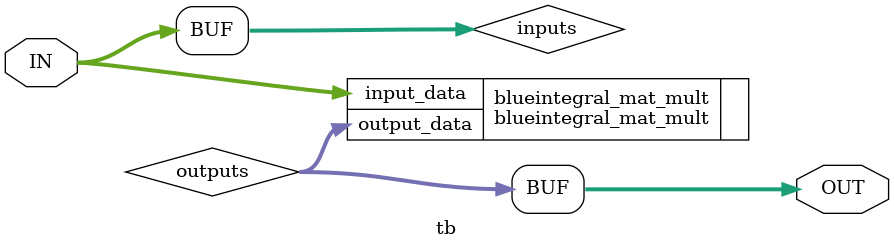
<source format=v>
`default_nettype none
`timescale 1ns/1ps

module tb (
input[7:0] IN,
output[7:0] OUT
);

initial begin
$dumpfile ("tb.vcd");
$dumpvars (0, tb);
#1;
end

wire[7:0] inputs = IN;
wire[7:0] outputs;
assign OUT = outputs[7:0];

blueintegral_mat_mult blueintegral_mat_mult (
.input_data (inputs),
.output_data (outputs)
);
endmodule

</source>
